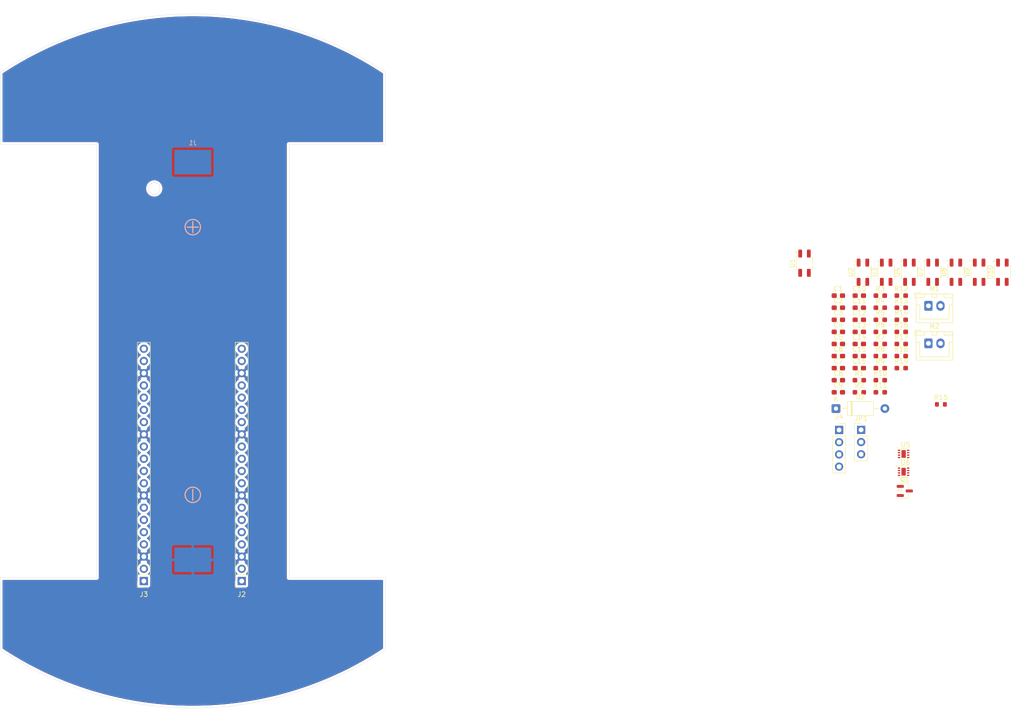
<source format=kicad_pcb>
(kicad_pcb (version 20241229) (generator "pcbnew") (generator_version "9.0")
  (layers (0 "F.Cu" signal) (2 "B.Cu" signal) (13 "F.Paste" user) (15 "B.Paste" user) (5 "F.SilkS" user "F.Silkscreen") (7 "B.SilkS" user "B.Silkscreen") (1 "F.Mask" user) (3 "B.Mask" user) (25 "Edge.Cuts" user))
  (net 0 "")
  (net 1 "GND")
  (net 2 "Net-(U1-A)")
  (net 3 "/SENSOR_0")
  (net 4 "Net-(U2-A)")
  (net 5 "/SENSOR_4")
  (net 6 "Net-(U3-A)")
  (net 7 "/SENSOR_1")
  (net 8 "Net-(U7-A)")
  (net 9 "Net-(U4-A)")
  (net 10 "Net-(U8-A)")
  (net 11 "Net-(U9-A)")
  (net 12 "Net-(U10-A)")
  (net 13 "/SENSOR_5")
  (net 14 "/SENSOR_2")
  (net 15 "/SENSOR_6")
  (net 16 "/SENSOR_3")
  (net 17 "/SENSOR_7")
  (net 18 "Net-(D1-A)")
  (net 21 "/MOT_L_A")
  (net 22 "/ECHO")
  (net 27 "/TRIG")
  (net 30 "/MODE")
  (net 31 "/MOT_L_B")
  (net 32 "+3V3")
  (net 34 "/~{SLEEP}")
  (net 36 "/~{IR_ENABLE}")
  (net 37 "/MOT_R_A")
  (net 41 "/VBAT{slash}2")
  (net 42 "VBUS")
  (net 43 "/MOT_R_B")
  (net 46 "+BATT")
  (net 47 "Net-(M1--)")
  (net 48 "Net-(M1-+)")
  (net 49 "Net-(M2--)")
  (net 50 "Net-(M2-+)")
  (net 52 "Net-(J4-Pin_1)")
  (net 53 "/LED_PWR")
  (footprint "Capacitor_SMD:C_0603_1608Metric_Pad1.08x0.95mm_HandSolder" (layer "F.Cu") (at 228.3825 86.42)
    (property "Reference" "C10" (at 0 -1.43 0) (layer "F.SilkS"))
    (property "Value" "100n")
    (fp_line (start -0.146267 -0.51) (end 0.146267 -0.51) (stroke (width 0.12)) (layer "F.SilkS"))
    (fp_line (start -0.146267 0.51) (end 0.146267 0.51) (stroke (width 0.12)) (layer "F.SilkS"))
    (pad "1" smd roundrect (at -0.8625 0) (size 1.075 0.95) (layers "F.Cu" "F.Mask" "F.Paste") (net 14 "/SENSOR_2"))
    (pad "2" smd roundrect (at 0.8625 0) (size 1.075 0.95) (layers "F.Cu" "F.Mask" "F.Paste") (net 1 "GND"))
  )
  (footprint "OptoDevice:OnSemi_CASE100CY" (layer "F.Cu") (at 248.4325 81.56)
    (property "Reference" "U8" (at -2.5 0 90) (layer "F.SilkS"))
    (property "Value" "QRE1113GR")
    (fp_line (start -1.7 1.4) (end -1.7 -1.67) (stroke (width 0.12)) (layer "F.SilkS"))
    (fp_line (start 1.7 1.4) (end 1.7 -1.4) (stroke (width 0.12)) (layer "F.SilkS"))
    (fp_poly (pts (xy -1.61 -2.23) (xy -1.89 -2.23) (xy -1.61 -2.51) (xy -1.61 -2.23)) (stroke (width 0.12)) (fill yes) (layer "F.SilkS"))
    (pad "1" smd roundrect (at -0.9 -2) (size 0.79 1.66) (layers "F.Cu" "F.Mask" "F.Paste") (net 10 "Net-(U8-A)"))
    (pad "2" smd roundrect (at -0.9 2) (size 0.79 1.66) (layers "F.Cu" "F.Mask" "F.Paste") (net 1 "GND"))
    (pad "3" smd roundrect (at 0.9 2) (size 0.79 1.66) (layers "F.Cu" "F.Mask" "F.Paste") (net 15 "/SENSOR_6"))
    (pad "4" smd roundrect (at 0.9 -2) (size 0.79 1.66) (layers "F.Cu" "F.Mask" "F.Paste") (net 1 "GND"))
  )
  (footprint "Diode_THT:D_A-405_P10.16mm_Horizontal" (layer "F.Cu") (at 223.5325 109.88)
    (property "Reference" "D1" (at 5.08 -2.47 0) (layer "F.SilkS"))
    (property "Value" "1N4007")
    (fp_line (start 1.14 0) (end 2.36 0) (stroke (width 0.12)) (layer "F.SilkS"))
    (fp_line (start 3.14 -1.47) (end 3.14 1.47) (stroke (width 0.12)) (layer "F.SilkS"))
    (fp_line (start 3.26 -1.47) (end 3.26 1.47) (stroke (width 0.12)) (layer "F.SilkS"))
    (fp_line (start 3.38 -1.47) (end 3.38 1.47) (stroke (width 0.12)) (layer "F.SilkS"))
    (fp_line (start 9.02 0) (end 7.8 0) (stroke (width 0.12)) (layer "F.SilkS"))
    (fp_rect (start 2.36 -1.47) (end 7.8 1.47) (stroke (width 0.12)) (fill no) (layer "F.SilkS"))
    (fp_text user "K" (at 0 -1.9 0) (layer "F.SilkS"))
    (pad "1" thru_hole roundrect (at 0 0) (size 1.8 1.8) (drill 0.9) (layers "*.Cu" "*.Mask") (roundrect_rratio 0.138889) (net 46 "+BATT"))
    (pad "2" thru_hole circle (at 10.16 0) (size 1.8 1.8) (drill 0.9) (layers "*.Cu" "*.Mask") (net 18 "Net-(D1-A)"))
  )
  (footprint "Resistor_SMD:R_0603_1608Metric_Pad0.98x0.95mm_HandSolder" (layer "F.Cu") (at 232.7325 96.46)
    (property "Reference" "R7" (at 0 -1.43 0) (layer "F.SilkS"))
    (property "Value" "10k")
    (fp_line (start -0.254724 -0.5225) (end 0.254724 -0.5225) (stroke (width 0.12)) (layer "F.SilkS"))
    (fp_line (start -0.254724 0.5225) (end 0.254724 0.5225) (stroke (width 0.12)) (layer "F.SilkS"))
    (pad "1" smd roundrect (at -0.9125 0) (size 0.975 0.95) (layers "F.Cu" "F.Mask" "F.Paste") (net 7 "/SENSOR_1"))
    (pad "2" smd roundrect (at 0.9125 0) (size 0.975 0.95) (layers "F.Cu" "F.Mask" "F.Paste") (net 32 "+3V3"))
  )
  (footprint "Capacitor_SMD:C_0603_1608Metric_Pad1.08x0.95mm_HandSolder" (layer "F.Cu") (at 224.0325 106.5)
    (property "Reference" "C9" (at 0 -1.43 0) (layer "F.SilkS"))
    (property "Value" "10u")
    (fp_line (start -0.146267 -0.51) (end 0.146267 -0.51) (stroke (width 0.12)) (layer "F.SilkS"))
    (fp_line (start -0.146267 0.51) (end 0.146267 0.51) (stroke (width 0.12)) (layer "F.SilkS"))
    (pad "1" smd roundrect (at -0.8625 0) (size 1.075 0.95) (layers "F.Cu" "F.Mask" "F.Paste") (net 8 "Net-(U7-A)"))
    (pad "2" smd roundrect (at 0.8625 0) (size 1.075 0.95) (layers "F.Cu" "F.Mask" "F.Paste") (net 1 "GND"))
  )
  (footprint "Package_SON:WSON-8-1EP_2x2mm_P0.5mm_EP0.9x1.6mm" (layer "F.Cu") (at 237.5775 123)
    (property "Reference" "U6" (at 0.38 -1.9 0) (layer "F.SilkS"))
    (property "Value" "DRV8220SDG")
    (fp_line (start -1.01 -1.14) (end 0.99 -1.14) (stroke (width 0.12)) (layer "F.SilkS"))
    (fp_line (start -1 1.14) (end 1 1.14) (stroke (width 0.12)) (layer "F.SilkS"))
    (fp_poly (pts (xy -1.37 -1.07) (xy -1.65 -1.07) (xy -1.37 -1.35) (xy -1.37 -1.07)) (stroke (width 0.12)) (fill yes) (layer "F.SilkS"))
    (pad "1" smd roundrect (at -0.95 -0.75) (size 0.5 0.25) (layers "F.Cu" "F.Mask" "F.Paste") (net 46 "+BATT"))
    (pad "2" smd roundrect (at -0.95 -0.25) (size 0.5 0.25) (layers "F.Cu" "F.Mask" "F.Paste") (net 50 "Net-(M2-+)"))
    (pad "3" smd roundrect (at -0.95 0.25) (size 0.5 0.25) (layers "F.Cu" "F.Mask" "F.Paste") (net 49 "Net-(M2--)"))
    (pad "4" smd roundrect (at -0.95 0.75) (size 0.5 0.25) (layers "F.Cu" "F.Mask" "F.Paste") (net 1 "GND"))
    (pad "5" smd roundrect (at 0.95 0.75) (size 0.5 0.25) (layers "F.Cu" "F.Mask" "F.Paste") (net 43 "/MOT_R_B"))
    (pad "6" smd roundrect (at 0.95 0.25) (size 0.5 0.25) (layers "F.Cu" "F.Mask" "F.Paste") (net 37 "/MOT_R_A"))
    (pad "7" smd roundrect (at 0.95 -0.25) (size 0.5 0.25) (layers "F.Cu" "F.Mask" "F.Paste") (net 30 "/MODE"))
    (pad "8" smd roundrect (at 0.95 -0.75) (size 0.5 0.25) (layers "F.Cu" "F.Mask" "F.Paste") (net 34 "/~{SLEEP}"))
    (pad "9" smd rect (at 0 0) (size 0.9 1.6) (layers "F.Cu" "F.Mask") (net 1 "GND"))
  )
  (footprint "OptoDevice:OnSemi_CASE100CY" (layer "F.Cu") (at 233.9575 81.56)
    (property "Reference" "U3" (at -2.5 0 90) (layer "F.SilkS"))
    (property "Value" "QRE1113GR")
    (fp_line (start -1.7 1.4) (end -1.7 -1.67) (stroke (width 0.12)) (layer "F.SilkS"))
    (fp_line (start 1.7 1.4) (end 1.7 -1.4) (stroke (width 0.12)) (layer "F.SilkS"))
    (fp_poly (pts (xy -1.61 -2.23) (xy -1.89 -2.23) (xy -1.61 -2.51) (xy -1.61 -2.23)) (stroke (width 0.12)) (fill yes) (layer "F.SilkS"))
    (pad "1" smd roundrect (at -0.9 -2) (size 0.79 1.66) (layers "F.Cu" "F.Mask" "F.Paste") (net 6 "Net-(U3-A)"))
    (pad "2" smd roundrect (at -0.9 2) (size 0.79 1.66) (layers "F.Cu" "F.Mask" "F.Paste") (net 1 "GND"))
    (pad "3" smd roundrect (at 0.9 2) (size 0.79 1.66) (layers "F.Cu" "F.Mask" "F.Paste") (net 7 "/SENSOR_1"))
    (pad "4" smd roundrect (at 0.9 -2) (size 0.79 1.66) (layers "F.Cu" "F.Mask" "F.Paste") (net 1 "GND"))
  )
  (footprint "OptoDevice:OnSemi_CASE100CY" (layer "F.Cu") (at 238.7825 81.56)
    (property "Reference" "U4" (at -2.5 0 90) (layer "F.SilkS"))
    (property "Value" "QRE1113GR")
    (fp_line (start -1.7 1.4) (end -1.7 -1.67) (stroke (width 0.12)) (layer "F.SilkS"))
    (fp_line (start 1.7 1.4) (end 1.7 -1.4) (stroke (width 0.12)) (layer "F.SilkS"))
    (fp_poly (pts (xy -1.61 -2.23) (xy -1.89 -2.23) (xy -1.61 -2.51) (xy -1.61 -2.23)) (stroke (width 0.12)) (fill yes) (layer "F.SilkS"))
    (pad "1" smd roundrect (at -0.9 -2) (size 0.79 1.66) (layers "F.Cu" "F.Mask" "F.Paste") (net 9 "Net-(U4-A)"))
    (pad "2" smd roundrect (at -0.9 2) (size 0.79 1.66) (layers "F.Cu" "F.Mask" "F.Paste") (net 1 "GND"))
    (pad "3" smd roundrect (at 0.9 2) (size 0.79 1.66) (layers "F.Cu" "F.Mask" "F.Paste") (net 13 "/SENSOR_5"))
    (pad "4" smd roundrect (at 0.9 -2) (size 0.79 1.66) (layers "F.Cu" "F.Mask" "F.Paste") (net 1 "GND"))
  )
  (footprint "OptoDevice:OnSemi_CASE100CY" (layer "F.Cu") (at 243.6075 81.56)
    (property "Reference" "U7" (at -2.5 0 90) (layer "F.SilkS"))
    (property "Value" "QRE1113GR")
    (fp_line (start -1.7 1.4) (end -1.7 -1.67) (stroke (width 0.12)) (layer "F.SilkS"))
    (fp_line (start 1.7 1.4) (end 1.7 -1.4) (stroke (width 0.12)) (layer "F.SilkS"))
    (fp_poly (pts (xy -1.61 -2.23) (xy -1.89 -2.23) (xy -1.61 -2.51) (xy -1.61 -2.23)) (stroke (width 0.12)) (fill yes) (layer "F.SilkS"))
    (pad "1" smd roundrect (at -0.9 -2) (size 0.79 1.66) (layers "F.Cu" "F.Mask" "F.Paste") (net 8 "Net-(U7-A)"))
    (pad "2" smd roundrect (at -0.9 2) (size 0.79 1.66) (layers "F.Cu" "F.Mask" "F.Paste") (net 1 "GND"))
    (pad "3" smd roundrect (at 0.9 2) (size 0.79 1.66) (layers "F.Cu" "F.Mask" "F.Paste") (net 14 "/SENSOR_2"))
    (pad "4" smd roundrect (at 0.9 -2) (size 0.79 1.66) (layers "F.Cu" "F.Mask" "F.Paste") (net 1 "GND"))
  )
  (footprint "OptoDevice:OnSemi_CASE100CY" (layer "F.Cu") (at 217 79.68)
    (property "Reference" "U1" (at -2.5 0 90) (layer "F.SilkS"))
    (property "Value" "QRE1113GR")
    (fp_line (start -1.7 1.4) (end -1.7 -1.67) (stroke (width 0.12)) (layer "F.SilkS"))
    (fp_line (start 1.7 1.4) (end 1.7 -1.4) (stroke (width 0.12)) (layer "F.SilkS"))
    (fp_poly (pts (xy -1.61 -2.23) (xy -1.89 -2.23) (xy -1.61 -2.51) (xy -1.61 -2.23)) (stroke (width 0.12)) (fill yes) (layer "F.SilkS"))
    (pad "1" smd roundrect (at -0.9 -2) (size 0.79 1.66) (layers "F.Cu" "F.Mask" "F.Paste") (net 2 "Net-(U1-A)"))
    (pad "2" smd roundrect (at -0.9 2) (size 0.79 1.66) (layers "F.Cu" "F.Mask" "F.Paste") (net 1 "GND"))
    (pad "3" smd roundrect (at 0.9 2) (size 0.79 1.66) (layers "F.Cu" "F.Mask" "F.Paste") (net 3 "/SENSOR_0"))
    (pad "4" smd roundrect (at 0.9 -2) (size 0.79 1.66) (layers "F.Cu" "F.Mask" "F.Paste") (net 1 "GND"))
  )
  (footprint "Resistor_SMD:R_0603_1608Metric_Pad0.98x0.95mm_HandSolder" (layer "F.Cu") (at 237.0825 91.44)
    (property "Reference" "R14" (at 0 -1.43 0) (layer "F.SilkS"))
    (property "Value" "120")
    (fp_line (start -0.254724 -0.5225) (end 0.254724 -0.5225) (stroke (width 0.12)) (layer "F.SilkS"))
    (fp_line (start -0.254724 0.5225) (end 0.254724 0.5225) (stroke (width 0.12)) (layer "F.SilkS"))
    (pad "1" smd roundrect (at -0.9125 0) (size 0.975 0.95) (layers "F.Cu" "F.Mask" "F.Paste") (net 53 "/LED_PWR"))
    (pad "2" smd roundrect (at 0.9125 0) (size 0.975 0.95) (layers "F.Cu" "F.Mask" "F.Paste") (net 10 "Net-(U8-A)"))
  )
  (footprint "OptoDevice:OnSemi_CASE100CY" (layer "F.Cu") (at 258.0825 81.56)
    (property "Reference" "U10" (at -2.5 0 90) (layer "F.SilkS"))
    (property "Value" "QRE1113GR")
    (fp_line (start -1.7 1.4) (end -1.7 -1.67) (stroke (width 0.12)) (layer "F.SilkS"))
    (fp_line (start 1.7 1.4) (end 1.7 -1.4) (stroke (width 0.12)) (layer "F.SilkS"))
    (fp_poly (pts (xy -1.61 -2.23) (xy -1.89 -2.23) (xy -1.61 -2.51) (xy -1.61 -2.23)) (stroke (width 0.12)) (fill yes) (layer "F.SilkS"))
    (pad "1" smd roundrect (at -0.9 -2) (size 0.79 1.66) (layers "F.Cu" "F.Mask" "F.Paste") (net 12 "Net-(U10-A)"))
    (pad "2" smd roundrect (at -0.9 2) (size 0.79 1.66) (layers "F.Cu" "F.Mask" "F.Paste") (net 1 "GND"))
    (pad "3" smd roundrect (at 0.9 2) (size 0.79 1.66) (layers "F.Cu" "F.Mask" "F.Paste") (net 17 "/SENSOR_7"))
    (pad "4" smd roundrect (at 0.9 -2) (size 0.79 1.66) (layers "F.Cu" "F.Mask" "F.Paste") (net 1 "GND"))
  )
  (footprint "Resistor_SMD:R_0603_1608Metric_Pad0.98x0.95mm_HandSolder" (layer "F.Cu") (at 237.0825 93.95)
    (property "Reference" "R16" (at 0 -1.43 0) (layer "F.SilkS"))
    (property "Value" "10k")
    (fp_line (start -0.254724 -0.5225) (end 0.254724 -0.5225) (stroke (width 0.12)) (layer "F.SilkS"))
    (fp_line (start -0.254724 0.5225) (end 0.254724 0.5225) (stroke (width 0.12)) (layer "F.SilkS"))
    (pad "1" smd roundrect (at -0.9125 0) (size 0.975 0.95) (layers "F.Cu" "F.Mask" "F.Paste") (net 16 "/SENSOR_3"))
    (pad "2" smd roundrect (at 0.9125 0) (size 0.975 0.95) (layers "F.Cu" "F.Mask" "F.Paste") (net 32 "+3V3"))
  )
  (footprint "Resistor_SMD:R_0603_1608Metric_Pad0.98x0.95mm_HandSolder" (layer "F.Cu") (at 232.7325 103.99)
    (property "Reference" "R10" (at 0 -1.43 0) (layer "F.SilkS"))
    (property "Value" "120")
    (fp_line (start -0.254724 -0.5225) (end 0.254724 -0.5225) (stroke (width 0.12)) (layer "F.SilkS"))
    (fp_line (start -0.254724 0.5225) (end 0.254724 0.5225) (stroke (width 0.12)) (layer "F.SilkS"))
    (pad "1" smd roundrect (at -0.9125 0) (size 0.975 0.95) (layers "F.Cu" "F.Mask" "F.Paste") (net 53 "/LED_PWR"))
    (pad "2" smd roundrect (at 0.9125 0) (size 0.975 0.95) (layers "F.Cu" "F.Mask" "F.Paste") (net 9 "Net-(U4-A)"))
  )
  (footprint "Capacitor_SMD:C_0603_1608Metric_Pad1.08x0.95mm_HandSolder" (layer "F.Cu") (at 224.0325 96.46)
    (property "Reference" "C5" (at 0 -1.43 0) (layer "F.SilkS"))
    (property "Value" "10u")
    (fp_line (start -0.146267 -0.51) (end 0.146267 -0.51) (stroke (width 0.12)) (layer "F.SilkS"))
    (fp_line (start -0.146267 0.51) (end 0.146267 0.51) (stroke (width 0.12)) (layer "F.SilkS"))
    (pad "1" smd roundrect (at -0.8625 0) (size 1.075 0.95) (layers "F.Cu" "F.Mask" "F.Paste") (net 6 "Net-(U3-A)"))
    (pad "2" smd roundrect (at 0.8625 0) (size 1.075 0.95) (layers "F.Cu" "F.Mask" "F.Paste") (net 1 "GND"))
  )
  (footprint "Resistor_SMD:R_0603_1608Metric_Pad0.98x0.95mm_HandSolder" (layer "F.Cu") (at 228.3825 103.99)
    (property "Reference" "R1" (at 0 -1.43 0) (layer "F.SilkS"))
    (property "Value" "10k")
    (fp_line (start -0.254724 -0.5225) (end 0.254724 -0.5225) (stroke (width 0.12)) (layer "F.SilkS"))
    (fp_line (start -0.254724 0.5225) (end 0.254724 0.5225) (stroke (width 0.12)) (layer "F.SilkS"))
    (pad "1" smd roundrect (at -0.9125 0) (size 0.975 0.95) (layers "F.Cu" "F.Mask" "F.Paste") (net 18 "Net-(D1-A)"))
    (pad "2" smd roundrect (at 0.9125 0) (size 0.975 0.95) (layers "F.Cu" "F.Mask" "F.Paste") (net 41 "/VBAT{slash}2"))
  )
  (footprint "OptoDevice:OnSemi_CASE100CY" (layer "F.Cu") (at 253.2575 81.56)
    (property "Reference" "U9" (at -2.5 0 90) (layer "F.SilkS"))
    (property "Value" "QRE1113GR")
    (fp_line (start -1.7 1.4) (end -1.7 -1.67) (stroke (width 0.12)) (layer "F.SilkS"))
    (fp_line (start 1.7 1.4) (end 1.7 -1.4) (stroke (width 0.12)) (layer "F.SilkS"))
    (fp_poly (pts (xy -1.61 -2.23) (xy -1.89 -2.23) (xy -1.61 -2.51) (xy -1.61 -2.23)) (stroke (width 0.12)) (fill yes) (layer "F.SilkS"))
    (pad "1" smd roundrect (at -0.9 -2) (size 0.79 1.66) (layers "F.Cu" "F.Mask" "F.Paste") (net 11 "Net-(U9-A)"))
    (pad "2" smd roundrect (at -0.9 2) (size 0.79 1.66) (layers "F.Cu" "F.Mask" "F.Paste") (net 1 "GND"))
    (pad "3" smd roundrect (at 0.9 2) (size 0.79 1.66) (layers "F.Cu" "F.Mask" "F.Paste") (net 16 "/SENSOR_3"))
    (pad "4" smd roundrect (at 0.9 -2) (size 0.79 1.66) (layers "F.Cu" "F.Mask" "F.Paste") (net 1 "GND"))
  )
  (footprint "Connector_PinSocket_2.54mm:PinSocket_1x20_P2.54mm_Vertical" (layer "F.Cu") (at 100.16 145.72 180)
    (property "Reference" "J2" (at 0 -2.77 0) (layer "F.SilkS"))
    (property "Value" "Conn_01x20")
    (fp_line (start 1.33 1.27) (end 1.33 49.59) (stroke (width 0.12)) (layer "F.SilkS"))
    (fp_line (start 1.33 -1.33) (end 1.33 0) (stroke (width 0.12)) (layer "F.SilkS"))
    (fp_line (start 0 -1.33) (end 1.33 -1.33) (stroke (width 0.12)) (layer "F.SilkS"))
    (fp_line (start -1.33 49.59) (end 1.33 49.59) (stroke (width 0.12)) (layer "F.SilkS"))
    (fp_line (start -1.33 1.27) (end 1.33 1.27) (stroke (width 0.12)) (layer "F.SilkS"))
    (fp_line (start -1.33 1.27) (end -1.33 49.59) (stroke (width 0.12)) (layer "F.SilkS"))
    (pad "1" thru_hole rect (at 0 0 180) (size 1.7 1.7) (drill 1) (layers "*.Cu" "*.Mask"))
    (pad "2" thru_hole circle (at 0 2.54 180) (size 1.7 1.7) (drill 1) (layers "*.Cu" "*.Mask"))
    (pad "3" thru_hole circle (at 0 5.08 180) (size 1.7 1.7) (drill 1) (layers "*.Cu" "*.Mask") (net 1 "GND"))
    (pad "4" thru_hole circle (at 0 7.62 180) (size 1.7 1.7) (drill 1) (layers "*.Cu" "*.Mask"))
    (pad "5" thru_hole circle (at 0 10.16 180) (size 1.7 1.7) (drill 1) (layers "*.Cu" "*.Mask"))
    (pad "6" thru_hole circle (at 0 12.7 180) (size 1.7 1.7) (drill 1) (layers "*.Cu" "*.Mask"))
    (pad "7" thru_hole circle (at 0 15.24 180) (size 1.7 1.7) (drill 1) (layers "*.Cu" "*.Mask"))
    (pad "8" thru_hole circle (at 0 17.78 180) (size 1.7 1.7) (drill 1) (layers "*.Cu" "*.Mask") (net 1 "GND"))
    (pad "9" thru_hole circle (at 0 20.32 180) (size 1.7 1.7) (drill 1) (layers "*.Cu" "*.Mask") (net 30 "/MODE"))
    (pad "10" thru_hole circle (at 0 22.86 180) (size 1.7 1.7) (drill 1) (layers "*.Cu" "*.Mask") (net 34 "/~{SLEEP}"))
    (pad "11" thru_hole circle (at 0 25.4 180) (size 1.7 1.7) (drill 1) (layers "*.Cu" "*.Mask") (net 27 "/TRIG"))
    (pad "12" thru_hole circle (at 0 27.94 180) (size 1.7 1.7) (drill 1) (layers "*.Cu" "*.Mask") (net 22 "/ECHO"))
    (pad "13" thru_hole circle (at 0 30.48 180) (size 1.7 1.7) (drill 1) (layers "*.Cu" "*.Mask") (net 1 "GND"))
    (pad "14" thru_hole circle (at 0 33.02 180) (size 1.7 1.7) (drill 1) (layers "*.Cu" "*.Mask") (net 5 "/SENSOR_4"))
    (pad "15" thru_hole circle (at 0 35.56 180) (size 1.7 1.7) (drill 1) (layers "*.Cu" "*.Mask"))
    (pad "16" thru_hole circle (at 0 38.1 180) (size 1.7 1.7) (drill 1) (layers "*.Cu" "*.Mask"))
    (pad "17" thru_hole circle (at 0 40.64 180) (size 1.7 1.7) (drill 1) (layers "*.Cu" "*.Mask"))
    (pad "18" thru_hole circle (at 0 43.18 180) (size 1.7 1.7) (drill 1) (layers "*.Cu" "*.Mask") (net 1 "GND"))
    (pad "19" thru_hole circle (at 0 45.72 180) (size 1.7 1.7) (drill 1) (layers "*.Cu" "*.Mask") (net 21 "/MOT_L_A"))
    (pad "20" thru_hole circle (at 0 48.26 180) (size 1.7 1.7) (drill 1) (layers "*.Cu" "*.Mask") (net 31 "/MOT_L_B"))
  )
  (footprint "Resistor_SMD:R_0603_1608Metric_Pad0.98x0.95mm_HandSolder" (layer "F.Cu") (at 232.7325 86.42)
    (property "Reference" "R3" (at 0 -1.43 0) (layer "F.SilkS"))
    (property "Value" "10k")
    (fp_line (start -0.254724 -0.5225) (end 0.254724 -0.5225) (stroke (width 0.12)) (layer "F.SilkS"))
    (fp_line (start -0.254724 0.5225) (end 0.254724 0.5225) (stroke (width 0.12)) (layer "F.SilkS"))
    (pad "1" smd roundrect (at -0.9125 0) (size 0.975 0.95) (layers "F.Cu" "F.Mask" "F.Paste") (net 3 "/SENSOR_0"))
    (pad "2" smd roundrect (at 0.9125 0) (size 0.975 0.95) (layers "F.Cu" "F.Mask" "F.Paste") (net 32 "+3V3"))
  )
  (footprint "Resistor_SMD:R_0603_1608Metric" (layer "F.Cu") (at 245.3225 109.01)
    (property "Reference" "R15" (at 0 -1.43 0) (layer "F.SilkS"))
    (property "Value" "10k")
    (fp_line (start -0.237258 -0.5225) (end 0.237258 -0.5225) (stroke (width 0.12)) (layer "F.SilkS"))
    (fp_line (start -0.237258 0.5225) (end 0.237258 0.5225) (stroke (width 0.12)) (layer "F.SilkS"))
    (pad "1" smd roundrect (at -0.825 0) (size 0.8 0.95) (layers "F.Cu" "F.Mask" "F.Paste") (net 36 "/~{IR_ENABLE}"))
    (pad "2" smd roundrect (at 0.825 0) (size 0.8 0.95) (layers "F.Cu" "F.Mask" "F.Paste") (net 32 "+3V3"))
  )
  (footprint "Package_TO_SOT_SMD:SOT-23" (layer "F.Cu") (at 237.8225 127)
    (property "Reference" "Q1" (at 0 -2.4 0) (layer "F.SilkS"))
    (property "Value" "AO3401A")
    (fp_line (start -0.76 -1.56) (end 0.76 -1.56) (stroke (width 0.12)) (layer "F.SilkS"))
    (fp_line (start -0.76 -1.51) (end -0.76 -1.56) (stroke (width 0.12)) (layer "F.SilkS"))
    (fp_line (start -0.76 0.39) (end -0.76 -0.39) (stroke (width 0.12)) (layer "F.SilkS"))
    (fp_line (start -0.76 1.56) (end -0.76 1.51) (stroke (width 0.12)) (layer "F.SilkS"))
    (fp_line (start 0.76 -1.56) (end 0.76 -0.56) (stroke (width 0.12)) (layer "F.SilkS"))
    (fp_line (start 0.76 0.56) (end 0.76 1.56) (stroke (width 0.12)) (layer "F.SilkS"))
    (fp_line (start 0.76 1.56) (end -0.76 1.56) (stroke (width 0.12)) (layer "F.SilkS"))
    (fp_poly (pts (xy -1.3 -0.38) (xy -1.06 -0.05) (xy -1.54 -0.05)) (stroke (width 0.12)) (fill yes) (layer "F.SilkS"))
    (pad "1" smd roundrect (at -0.9375 -0.95) (size 1.475 0.6) (layers "F.Cu" "F.Mask" "F.Paste") (net 36 "/~{IR_ENABLE}"))
    (pad "2" smd roundrect (at -0.9375 0.95) (size 1.475 0.6) (layers "F.Cu" "F.Mask" "F.Paste") (net 32 "+3V3"))
    (pad "3" smd roundrect (at 0.9375 0) (size 1.475 0.6) (layers "F.Cu" "F.Mask" "F.Paste") (net 53 "/LED_PWR"))
  )
  (footprint "Resistor_SMD:R_0603_1608Metric_Pad0.98x0.95mm_HandSolder" (layer "F.Cu") (at 228.3825 106.5)
    (property "Reference" "R2" (at 0 -1.43 0) (layer "F.SilkS"))
    (property "Value" "10k")
    (fp_line (start -0.254724 -0.5225) (end 0.254724 -0.5225) (stroke (width 0.12)) (layer "F.SilkS"))
    (fp_line (start -0.254724 0.5225) (end 0.254724 0.5225) (stroke (width 0.12)) (layer "F.SilkS"))
    (pad "1" smd roundrect (at -0.9125 0) (size 0.975 0.95) (layers "F.Cu" "F.Mask" "F.Paste") (net 41 "/VBAT{slash}2"))
    (pad "2" smd roundrect (at 0.9125 0) (size 0.975 0.95) (layers "F.Cu" "F.Mask" "F.Paste") (net 1 "GND"))
  )
  (footprint "Capacitor_SMD:C_0603_1608Metric_Pad1.08x0.95mm_HandSolder" (layer "F.Cu") (at 228.3825 98.97)
    (property "Reference" "C15" (at 0 -1.43 0) (layer "F.SilkS"))
    (property "Value" "10u")
    (fp_line (start -0.146267 -0.51) (end 0.146267 -0.51) (stroke (width 0.12)) (layer "F.SilkS"))
    (fp_line (start -0.146267 0.51) (end 0.146267 0.51) (stroke (width 0.12)) (layer "F.SilkS"))
    (pad "1" smd roundrect (at -0.8625 0) (size 1.075 0.95) (layers "F.Cu" "F.Mask" "F.Paste") (net 12 "Net-(U10-A)"))
    (pad "2" smd roundrect (at 0.8625 0) (size 1.075 0.95) (layers "F.Cu" "F.Mask" "F.Paste") (net 1 "GND"))
  )
  (footprint "Resistor_SMD:R_0603_1608Metric_Pad0.98x0.95mm_HandSolder" (layer "F.Cu") (at 232.7325 91.44)
    (property "Reference" "R5" (at 0 -1.43 0) (layer "F.SilkS"))
    (property "Value" "120")
    (fp_line (start -0.254724 -0.5225) (end 0.254724 -0.5225) (stroke (width 0.12)) (layer "F.SilkS"))
    (fp_line (start -0.254724 0.5225) (end 0.254724 0.5225) (stroke (width 0.12)) (layer "F.SilkS"))
    (pad "1" smd roundrect (at -0.9125 0) (size 0.975 0.95) (layers "F.Cu" "F.Mask" "F.Paste") (net 53 "/LED_PWR"))
    (pad "2" smd roundrect (at 0.9125 0) (size 0.975 0.95) (layers "F.Cu" "F.Mask" "F.Paste") (net 2 "Net-(U1-A)"))
  )
  (footprint "Resistor_SMD:R_0603_1608Metric_Pad0.98x0.95mm_HandSolder" (layer "F.Cu") (at 232.7325 98.97)
    (property "Reference" "R8" (at 0 -1.43 0) (layer "F.SilkS"))
    (property "Value" "10k")
    (fp_line (start -0.254724 -0.5225) (end 0.254724 -0.5225) (stroke (width 0.12)) (layer "F.SilkS"))
    (fp_line (start -0.254724 0.5225) (end 0.254724 0.5225) (stroke (width 0.12)) (layer "F.SilkS"))
    (pad "1" smd roundrect (at -0.9125 0) (size 0.975 0.95) (layers "F.Cu" "F.Mask" "F.Paste") (net 13 "/SENSOR_5"))
    (pad "2" smd roundrect (at 0.9125 0) (size 0.975 0.95) (layers "F.Cu" "F.Mask" "F.Paste") (net 32 "+3V3"))
  )
  (footprint "Connector_PinSocket_2.54mm:PinSocket_1x04_P2.54mm_Vertical" (layer "F.Cu") (at 224.1825 114.33)
    (property "Reference" "J4" (at 0 -2.77 0) (layer "F.SilkS"))
    (property "Value" "Ultrasonic eyes")
    (fp_line (start -1.33 1.27) (end -1.33 8.95) (stroke (width 0.12)) (layer "F.SilkS"))
    (fp_line (start -1.33 1.27) (end 1.33 1.27) (stroke (width 0.12)) (layer "F.SilkS"))
    (fp_line (start -1.33 8.95) (end 1.33 8.95) (stroke (width 0.12)) (layer "F.SilkS"))
    (fp_line (start 0 -1.33) (end 1.33 -1.33) (stroke (width 0.12)) (layer "F.SilkS"))
    (fp_line (start 1.33 -1.33) (end 1.33 0) (stroke (width 0.12)) (layer "F.SilkS"))
    (fp_line (start 1.33 1.27) (end 1.33 8.95) (stroke (width 0.12)) (layer "F.SilkS"))
    (pad "1" thru_hole rect (at 0 0) (size 1.7 1.7) (drill 1) (layers "*.Cu" "*.Mask") (net 52 "Net-(J4-Pin_1)"))
    (pad "2" thru_hole circle (at 0 2.54) (size 1.7 1.7) (drill 1) (layers "*.Cu" "*.Mask") (net 27 "/TRIG"))
    (pad "3" thru_hole circle (at 0 5.08) (size 1.7 1.7) (drill 1) (layers "*.Cu" "*.Mask") (net 22 "/ECHO"))
    (pad "4" thru_hole circle (at 0 7.62) (size 1.7 1.7) (drill 1) (layers "*.Cu" "*.Mask") (net 1 "GND"))
  )
  (footprint "Resistor_SMD:R_0603_1608Metric_Pad0.98x0.95mm_HandSolder" (layer "F.Cu") (at 237.0825 86.42)
    (property "Reference" "R12" (at 0 -1.43 0) (layer "F.SilkS"))
    (property "Value" "10k")
    (fp_line (start -0.254724 -0.5225) (end 0.254724 -0.5225) (stroke (width 0.12)) (layer "F.SilkS"))
    (fp_line (start -0.254724 0.5225) (end 0.254724 0.5225) (stroke (width 0.12)) (layer "F.SilkS"))
    (pad "1" smd roundrect (at -0.9125 0) (size 0.975 0.95) (layers "F.Cu" "F.Mask" "F.Paste") (net 15 "/SENSOR_6"))
    (pad "2" smd roundrect (at 0.9125 0) (size 0.975 0.95) (layers "F.Cu" "F.Mask" "F.Paste") (net 32 "+3V3"))
  )
  (footprint "Capacitor_SMD:C_0603_1608Metric_Pad1.08x0.95mm_HandSolder" (layer "F.Cu") (at 228.3825 88.93)
    (property "Reference" "C11" (at 0 -1.43 0) (layer "F.SilkS"))
    (property "Value" "10u")
    (fp_line (start -0.146267 -0.51) (end 0.146267 -0.51) (stroke (width 0.12)) (layer "F.SilkS"))
    (fp_line (start -0.146267 0.51) (end 0.146267 0.51) (stroke (width 0.12)) (layer "F.SilkS"))
    (pad "1" smd roundrect (at -0.8625 0) (size 1.075 0.95) (layers "F.Cu" "F.Mask" "F.Paste") (net 10 "Net-(U8-A)"))
    (pad "2" smd roundrect (at 0.8625 0) (size 1.075 0.95) (layers "F.Cu" "F.Mask" "F.Paste") (net 1 "GND"))
  )
  (footprint "Capacitor_SMD:C_0603_1608Metric_Pad1.08x0.95mm_HandSolder" (layer "F.Cu") (at 228.3825 93.95)
    (property "Reference" "C13" (at 0 -1.43 0) (layer "F.SilkS"))
    (property "Value" "10u")
    (fp_line (start -0.146267 -0.51) (end 0.146267 -0.51) (stroke (width 0.12)) (layer "F.SilkS"))
    (fp_line (start -0.146267 0.51) (end 0.146267 0.51) (stroke (width 0.12)) (layer "F.SilkS"))
    (pad "1" smd roundrect (at -0.8625 0) (size 1.075 0.95) (layers "F.Cu" "F.Mask" "F.Paste") (net 11 "Net-(U9-A)"))
    (pad "2" smd roundrect (at 0.8625 0) (size 1.075 0.95) (layers "F.Cu" "F.Mask" "F.Paste") (net 1 "GND"))
  )
  (footprint "Package_SON:WSON-8-1EP_2x2mm_P0.5mm_EP0.9x1.6mm" (layer "F.Cu") (at 237.5775 119.315)
    (property "Reference" "U5" (at 0.38 -1.9 0) (layer "F.SilkS"))
    (property "Value" "DRV8220SDG")
    (fp_line (start -1.01 -1.14) (end 0.99 -1.14) (stroke (width 0.12)) (layer "F.SilkS"))
    (fp_line (start -1 1.14) (end 1 1.14) (stroke (width 0.12)) (layer "F.SilkS"))
    (fp_poly (pts (xy -1.37 -1.07) (xy -1.65 -1.07) (xy -1.37 -1.35) (xy -1.37 -1.07)) (stroke (width 0.12)) (fill yes) (layer "F.SilkS"))
    (pad "1" smd roundrect (at -0.95 -0.75) (size 0.5 0.25) (layers "F.Cu" "F.Mask" "F.Paste") (net 46 "+BATT"))
    (pad "2" smd roundrect (at -0.95 -0.25) (size 0.5 0.25) (layers "F.Cu" "F.Mask" "F.Paste") (net 48 "Net-(M1-+)"))
    (pad "3" smd roundrect (at -0.95 0.25) (size 0.5 0.25) (layers "F.Cu" "F.Mask" "F.Paste") (net 47 "Net-(M1--)"))
    (pad "4" smd roundrect (at -0.95 0.75) (size 0.5 0.25) (layers "F.Cu" "F.Mask" "F.Paste") (net 1 "GND"))
    (pad "5" smd roundrect (at 0.95 0.75) (size 0.5 0.25) (layers "F.Cu" "F.Mask" "F.Paste") (net 31 "/MOT_L_B"))
    (pad "6" smd roundrect (at 0.95 0.25) (size 0.5 0.25) (layers "F.Cu" "F.Mask" "F.Paste") (net 21 "/MOT_L_A"))
    (pad "7" smd roundrect (at 0.95 -0.25) (size 0.5 0.25) (layers "F.Cu" "F.Mask" "F.Paste") (net 30 "/MODE"))
    (pad "8" smd roundrect (at 0.95 -0.75) (size 0.5 0.25) (layers "F.Cu" "F.Mask" "F.Paste") (net 34 "/~{SLEEP}"))
    (pad "9" smd rect (at 0 0) (size 0.9 1.6) (layers "F.Cu" "F.Mask") (net 1 "GND"))
  )
  (footprint "Capacitor_SMD:C_0603_1608Metric_Pad1.08x0.95mm_HandSolder" (layer "F.Cu") (at 224.0325 86.42)
    (property "Reference" "C1" (at 0 -1.43 0) (layer "F.SilkS"))
    (property "Value" "10u")
    (fp_line (start -0.146267 -0.51) (end 0.146267 -0.51) (stroke (width 0.12)) (layer "F.SilkS"))
    (fp_line (start -0.146267 0.51) (end 0.146267 0.51) (stroke (width 0.12)) (layer "F.SilkS"))
    (pad "1" smd roundrect (at -0.8625 0) (size 1.075 0.95) (layers "F.Cu" "F.Mask" "F.Paste") (net 2 "Net-(U1-A)"))
    (pad "2" smd roundrect (at 0.8625 0) (size 1.075 0.95) (layers "F.Cu" "F.Mask" "F.Paste") (net 1 "GND"))
  )
  (footprint "Capacitor_SMD:C_0603_1608Metric_Pad1.08x0.95mm_HandSolder" (layer "F.Cu") (at 228.3825 96.46)
    (property "Reference" "C14" (at 0 -1.43 0) (layer "F.SilkS"))
    (property "Value" "100n")
    (fp_line (start -0.146267 -0.51) (end 0.146267 -0.51) (stroke (width 0.12)) (layer "F.SilkS"))
    (fp_line (start -0.146267 0.51) (end 0.146267 0.51) (stroke (width 0.12)) (layer "F.SilkS"))
    (pad "1" smd roundrect (at -0.8625 0) (size 1.075 0.95) (layers "F.Cu" "F.Mask" "F.Paste") (net 16 "/SENSOR_3"))
    (pad "2" smd roundrect (at 0.8625 0) (size 1.075 0.95) (layers "F.Cu" "F.Mask" "F.Paste") (net 1 "GND"))
  )
  (footprint "Resistor_SMD:R_0603_1608Metric_Pad0.98x0.95mm_HandSolder" (layer "F.Cu") (at 232.7325 88.93)
    (property "Reference" "R4" (at 0 -1.43 0) (layer "F.SilkS"))
    (property "Value" "10k")
    (fp_line (start -0.254724 -0.5225) (end 0.254724 -0.5225) (stroke (width 0.12)) (layer "F.SilkS"))
    (fp_line (start -0.254724 0.5225) (end 0.254724 0.5225) (stroke (width 0.12)) (layer "F.SilkS"))
    (pad "1" smd roundrect (at -0.9125 0) (size 0.975 0.95) (layers "F.Cu" "F.Mask" "F.Paste") (net 5 "/SENSOR_4"))
    (pad "2" smd roundrect (at 0.9125 0) (size 0.975 0.95) (layers "F.Cu" "F.Mask" "F.Paste") (net 32 "+3V3"))
  )
  (footprint "Capacitor_SMD:C_0603_1608Metric_Pad1.08x0.95mm_HandSolder" (layer "F.Cu") (at 224.0325 91.44)
    (property "Reference" "C3" (at 0 -1.43 0) (layer "F.SilkS"))
    (property "Value" "10u")
    (fp_line (start -0.146267 -0.51) (end 0.146267 -0.51) (stroke (width 0.12)) (layer "F.SilkS"))
    (fp_line (start -0.146267 0.51) (end 0.146267 0.51) (stroke (width 0.12)) (layer "F.SilkS"))
    (pad "1" smd roundrect (at -0.8625 0) (size 1.075 0.95) (layers "F.Cu" "F.Mask" "F.Paste") (net 4 "Net-(U2-A)"))
    (pad "2" smd roundrect (at 0.8625 0) (size 1.075 0.95) (layers "F.Cu" "F.Mask" "F.Paste") (net 1 "GND"))
  )
  (footprint "Resistor_SMD:R_0603_1608Metric_Pad0.98x0.95mm_HandSolder" (layer "F.Cu") (at 232.7325 106.5)
    (property "Reference" "R11" (at 0 -1.43 0) (layer "F.SilkS"))
    (property "Value" "10k")
    (fp_line (start -0.254724 -0.5225) (end 0.254724 -0.5225) (stroke (width 0.12)) (layer "F.SilkS"))
    (fp_line (start -0.254724 0.5225) (end 0.254724 0.5225) (stroke (width 0.12)) (layer "F.SilkS"))
    (pad "1" smd roundrect (at -0.9125 0) (size 0.975 0.95) (layers "F.Cu" "F.Mask" "F.Paste") (net 14 "/SENSOR_2"))
    (pad "2" smd roundrect (at 0.9125 0) (size 0.975 0.95) (layers "F.Cu" "F.Mask" "F.Paste") (net 32 "+3V3"))
  )
  (footprint "Capacitor_SMD:C_0603_1608Metric_Pad1.08x0.95mm_HandSolder" (layer "F.Cu") (at 224.0325 101.48)
    (property "Reference" "C7" (at 0 -1.43 0) (layer "F.SilkS"))
    (property "Value" "10u")
    (fp_line (start -0.146267 -0.51) (end 0.146267 -0.51) (stroke (width 0.12)) (layer "F.SilkS"))
    (fp_line (start -0.146267 0.51) (end 0.146267 0.51) (stroke (width 0.12)) (layer "F.SilkS"))
    (pad "1" smd roundrect (at -0.8625 0) (size 1.075 0.95) (layers "F.Cu" "F.Mask" "F.Paste") (net 9 "Net-(U4-A)"))
    (pad "2" smd roundrect (at 0.8625 0) (size 1.075 0.95) (layers "F.Cu" "F.Mask" "F.Paste") (net 1 "GND"))
  )
  (footprint "Resistor_SMD:R_0603_1608Metric_Pad0.98x0.95mm_HandSolder" (layer "F.Cu") (at 237.0825 88.93)
    (property "Reference" "R13" (at 0 -1.43 0) (layer "F.SilkS"))
    (property "Value" "120")
    (fp_line (start -0.254724 -0.5225) (end 0.254724 -0.5225) (stroke (width 0.12)) (layer "F.SilkS"))
    (fp_line (start -0.254724 0.5225) (end 0.254724 0.5225) (stroke (width 0.12)) (layer "F.SilkS"))
    (pad "1" smd roundrect (at -0.9125 0) (size 0.975 0.95) (layers "F.Cu" "F.Mask" "F.Paste") (net 53 "/LED_PWR"))
    (pad "2" smd roundrect (at 0.9125 0) (size 0.975 0.95) (layers "F.Cu" "F.Mask" "F.Paste") (net 8 "Net-(U7-A)"))
  )
  (footprint "Resistor_SMD:R_0603_1608Metric_Pad0.98x0.95mm_HandSolder" (layer "F.Cu") (at 232.7325 93.95)
    (property "Reference" "R6" (at 0 -1.43 0) (layer "F.SilkS"))
    (property "Value" "120")
    (fp_line (start -0.254724 -0.5225) (end 0.254724 -0.5225) (stroke (width 0.12)) (layer "F.SilkS"))
    (fp_line (start -0.254724 0.5225) (end 0.254724 0.5225) (stroke (width 0.12)) (layer "F.SilkS"))
    (pad "1" smd roundrect (at -0.9125 0) (size 0.975 0.95) (layers "F.Cu" "F.Mask" "F.Paste") (net 53 "/LED_PWR"))
    (pad "2" smd roundrect (at 0.9125 0) (size 0.975 0.95) (layers "F.Cu" "F.Mask" "F.Paste") (net 4 "Net-(U2-A)"))
  )
  (footprint "Resistor_SMD:R_0603_1608Metric_Pad0.98x0.95mm_HandSolder" (layer "F.Cu") (at 237.0825 98.97)
    (property "Reference" "R18" (at 0 -1.43 0) (layer "F.SilkS"))
    (property "Value" "120")
    (fp_line (start -0.254724 -0.5225) (end 0.254724 -0.5225) (stroke (width 0.12)) (layer "F.SilkS"))
    (fp_line (start -0.254724 0.5225) (end 0.254724 0.5225) (stroke (width 0.12)) (layer "F.SilkS"))
    (pad "1" smd roundrect (at -0.9125 0) (size 0.975 0.95) (layers "F.Cu" "F.Mask" "F.Paste") (net 53 "/LED_PWR"))
    (pad "2" smd roundrect (at 0.9125 0) (size 0.975 0.95) (layers "F.Cu" "F.Mask" "F.Paste") (net 11 "Net-(U9-A)"))
  )
  (footprint "Capacitor_SMD:C_0603_1608Metric_Pad1.08x0.95mm_HandSolder" (layer "F.Cu") (at 224.0325 98.97)
    (property "Reference" "C6" (at 0 -1.43 0) (layer "F.SilkS"))
    (property "Value" "100n")
    (fp_line (start -0.146267 -0.51) (end 0.146267 -0.51) (stroke (width 0.12)) (layer "F.SilkS"))
    (fp_line (start -0.146267 0.51) (end 0.146267 0.51) (stroke (width 0.12)) (layer "F.SilkS"))
    (pad "1" smd roundrect (at -0.8625 0) (size 1.075 0.95) (layers "F.Cu" "F.Mask" "F.Paste") (net 7 "/SENSOR_1"))
    (pad "2" smd roundrect (at 0.8625 0) (size 1.075 0.95) (layers "F.Cu" "F.Mask" "F.Paste") (net 1 "GND"))
  )
  (footprint "Resistor_SMD:R_0603_1608Metric_Pad0.98x0.95mm_HandSolder" (layer "F.Cu") (at 237.0825 101.48)
    (property "Reference" "R19" (at 0 -1.43 0) (layer "F.SilkS"))
    (property "Value" "120")
    (fp_line (start -0.254724 -0.5225) (end 0.254724 -0.5225) (stroke (width 0.12)) (layer "F.SilkS"))
    (fp_line (start -0.254724 0.5225) (end 0.254724 0.5225) (stroke (width 0.12)) (layer "F.SilkS"))
    (pad "1" smd roundrect (at -0.9125 0) (size 0.975 0.95) (layers "F.Cu" "F.Mask" "F.Paste") (net 53 "/LED_PWR"))
    (pad "2" smd roundrect (at 0.9125 0) (size 0.975 0.95) (layers "F.Cu" "F.Mask" "F.Paste") (net 12 "Net-(U10-A)"))
  )
  (footprint "Capacitor_SMD:C_0603_1608Metric_Pad1.08x0.95mm_HandSolder" (layer "F.Cu") (at 228.3825 101.48)
    (property "Reference" "C16" (at 0 -1.43 0) (layer "F.SilkS"))
    (property "Value" "100n")
    (fp_line (start -0.146267 -0.51) (end 0.146267 -0.51) (stroke (width 0.12)) (layer "F.SilkS"))
    (fp_line (start -0.146267 0.51) (end 0.146267 0.51) (stroke (width 0.12)) (layer "F.SilkS"))
    (pad "1" smd roundrect (at -0.8625 0) (size 1.075 0.95) (layers "F.Cu" "F.Mask" "F.Paste") (net 17 "/SENSOR_7"))
    (pad "2" smd roundrect (at 0.8625 0) (size 1.075 0.95) (layers "F.Cu" "F.Mask" "F.Paste") (net 1 "GND"))
  )
  (footprint "Connector_JST:JST_XH_B2B-XH-A_1x02_P2.50mm_Vertical" (layer "F.Cu") (at 242.7325 88.54)
    (property "Reference" "M1" (at 1.25 -3.55 0) (layer "F.SilkS"))
    (property "Value" "Motor_L")
    (fp_line (start -2.85 -2.75) (end -2.85 -1.5) (stroke (width 0.12)) (layer "F.SilkS"))
    (fp_line (start -2.55 -0.2) (end -1.8 -0.2) (stroke (width 0.12)) (layer "F.SilkS"))
    (fp_line (start -1.8 -0.2) (end -1.8 2.75) (stroke (width 0.12)) (layer "F.SilkS"))
    (fp_line (start -1.8 2.75) (end 1.25 2.75) (stroke (width 0.12)) (layer "F.SilkS"))
    (fp_line (start -1.6 -2.75) (end -2.85 -2.75) (stroke (width 0.12)) (layer "F.SilkS"))
    (fp_line (start 4.3 -0.2) (end 4.3 2.75) (stroke (width 0.12)) (layer "F.SilkS"))
    (fp_line (start 4.3 2.75) (end 1.25 2.75) (stroke (width 0.12)) (layer "F.SilkS"))
    (fp_line (start 5.05 -0.2) (end 4.3 -0.2) (stroke (width 0.12)) (layer "F.SilkS"))
    (fp_rect (start -2.56 -2.46) (end 5.06 3.51) (stroke (width 0.12)) (fill no) (layer "F.SilkS"))
    (fp_rect (start -2.55 -2.45) (end -0.75 -1.7) (stroke (width 0.12)) (fill no) (layer "F.SilkS"))
    (fp_rect (start 0.75 -2.45) (end 1.75 -1.7) (stroke (width 0.12)) (fill no) (layer "F.SilkS"))
    (fp_rect (start 3.25 -2.45) (end 5.05 -1.7) (stroke (width 0.12)) (fill no) (layer "F.SilkS"))
    (pad "1" thru_hole roundrect (at 0 0) (size 1.7 2) (drill 1) (layers "*.Cu" "*.Mask") (roundrect_rratio 0.147059) (net 48 "Net-(M1-+)"))
    (pad "2" thru_hole oval (at 2.5 0) (size 1.7 2) (drill 1) (layers "*.Cu" "*.Mask") (net 47 "Net-(M1--)"))
  )
  (footprint "Resistor_SMD:R_0603_1608Metric_Pad0.98x0.95mm_HandSolder" (layer "F.Cu") (at 232.7325 101.48)
    (property "Reference" "R9" (at 0 -1.43 0) (layer "F.SilkS"))
    (property "Value" "120")
    (fp_line (start -0.254724 -0.5225) (end 0.254724 -0.5225) (stroke (width 0.12)) (layer "F.SilkS"))
    (fp_line (start -0.254724 0.5225) (end 0.254724 0.5225) (stroke (width 0.12)) (layer "F.SilkS"))
    (pad "1" smd roundrect (at -0.9125 0) (size 0.975 0.95) (layers "F.Cu" "F.Mask" "F.Paste") (net 53 "/LED_PWR"))
    (pad "2" smd roundrect (at 0.9125 0) (size 0.975 0.95) (layers "F.Cu" "F.Mask" "F.Paste") (net 6 "Net-(U3-A)"))
  )
  (footprint "Connector_PinHeader_2.54mm:PinHeader_1x03_P2.54mm_Vertical" (layer "F.Cu") (at 228.7525 114.3)
    (property "Reference" "JP1" (at 0 -2.38 0) (layer "F.SilkS"))
    (property "Value" "Jumper_3_Bridged12")
    (fp_line (start -1.38 -1.38) (end 0 -1.38) (stroke (width 0.12)) (layer "F.SilkS"))
    (fp_line (start -1.38 0) (end -1.38 -1.38) (stroke (width 0.12)) (layer "F.SilkS"))
    (fp_line (start -1.38 1.27) (end -1.38 6.46) (stroke (width 0.12)) (layer "F.SilkS"))
    (fp_line (start -1.38 1.27) (end 1.38 1.27) (stroke (width 0.12)) (layer "F.SilkS"))
    (fp_line (start -1.38 6.46) (end 1.38 6.46) (stroke (width 0.12)) (layer "F.SilkS"))
    (fp_line (start 1.38 1.27) (end 1.38 6.46) (stroke (width 0.12)) (layer "F.SilkS"))
    (pad "1" thru_hole rect (at 0 0) (size 1.7 1.7) (drill 1) (layers "*.Cu" "*.Mask") (net 32 "+3V3"))
    (pad "2" thru_hole circle (at 0 2.54) (size 1.7 1.7) (drill 1) (layers "*.Cu" "*.Mask") (net 52 "Net-(J4-Pin_1)"))
    (pad "3" thru_hole circle (at 0 5.08) (size 1.7 1.7) (drill 1) (layers "*.Cu" "*.Mask") (net 46 "+BATT"))
  )
  (footprint "OptoDevice:OnSemi_CASE100CY" (layer "F.Cu") (at 229.1325 81.56)
    (property "Reference" "U2" (at -2.5 0 90) (layer "F.SilkS"))
    (property "Value" "QRE1113GR")
    (fp_line (start -1.7 1.4) (end -1.7 -1.67) (stroke (width 0.12)) (layer "F.SilkS"))
    (fp_line (start 1.7 1.4) (end 1.7 -1.4) (stroke (width 0.12)) (layer "F.SilkS"))
    (fp_poly (pts (xy -1.61 -2.23) (xy -1.89 -2.23) (xy -1.61 -2.51) (xy -1.61 -2.23)) (stroke (width 0.12)) (fill yes) (layer "F.SilkS"))
    (pad "1" smd roundrect (at -0.9 -2) (size 0.79 1.66) (layers "F.Cu" "F.Mask" "F.Paste") (net 4 "Net-(U2-A)"))
    (pad "2" smd roundrect (at -0.9 2) (size 0.79 1.66) (layers "F.Cu" "F.Mask" "F.Paste") (net 1 "GND"))
    (pad "3" smd roundrect (at 0.9 2) (size 0.79 1.66) (layers "F.Cu" "F.Mask" "F.Paste") (net 5 "/SENSOR_4"))
    (pad "4" smd roundrect (at 0.9 -2) (size 0.79 1.66) (layers "F.Cu" "F.Mask" "F.Paste") (net 1 "GND"))
  )
  (footprint "Capacitor_SMD:C_0603_1608Metric_Pad1.08x0.95mm_HandSolder" (layer "F.Cu") (at 224.0325 103.99)
    (property "Reference" "C8" (at 0 -1.43 0) (layer "F.SilkS"))
    (property "Value" "100n")
    (fp_line (start -0.146267 -0.51) (end 0.146267 -0.51) (stroke (width 0.12)) (layer "F.SilkS"))
    (fp_line (start -0.146267 0.51) (end 0.146267 0.51) (stroke (width 0.12)) (layer "F.SilkS"))
    (pad "1" smd roundrect (at -0.8625 0) (size 1.075 0.95) (layers "F.Cu" "F.Mask" "F.Paste") (net 13 "/SENSOR_5"))
    (pad "2" smd roundrect (at 0.8625 0) (size 1.075 0.95) (layers "F.Cu" "F.Mask" "F.Paste") (net 1 "GND"))
  )
  (footprint "Resistor_SMD:R_0603_1608Metric_Pad0.98x0.95mm_HandSolder" (layer "F.Cu") (at 237.0825 96.46)
    (property "Reference" "R17" (at 0 -1.43 0) (layer "F.SilkS"))
    (property "Value" "10k")
    (fp_line (start -0.254724 -0.5225) (end 0.254724 -0.5225) (stroke (width 0.12)) (layer "F.SilkS"))
    (fp_line (start -0.254724 0.5225) (end 0.254724 0.5225) (stroke (width 0.12)) (layer "F.SilkS"))
    (pad "1" smd roundrect (at -0.9125 0) (size 0.975 0.95) (layers "F.Cu" "F.Mask" "F.Paste") (net 17 "/SENSOR_7"))
    (pad "2" smd roundrect (at 0.9125 0) (size 0.975 0.95) (layers "F.Cu" "F.Mask" "F.Paste") (net 32 "+3V3"))
  )
  (footprint "Capacitor_SMD:C_0603_1608Metric_Pad1.08x0.95mm_HandSolder" (layer "F.Cu") (at 224.0325 93.95)
    (property "Reference" "C4" (at 0 -1.43 0) (layer "F.SilkS"))
    (property "Value" "100n")
    (fp_line (start -0.146267 -0.51) (end 0.146267 -0.51) (stroke (width 0.12)) (layer "F.SilkS"))
    (fp_line (start -0.146267 0.51) (end 0.146267 0.51) (stroke (width 0.12)) (layer "F.SilkS"))
    (pad "1" smd roundrect (at -0.8625 0) (size 1.075 0.95) (layers "F.Cu" "F.Mask" "F.Paste") (net 5 "/SENSOR_4"))
    (pad "2" smd roundrect (at 0.8625 0) (size 1.075 0.95) (layers "F.Cu" "F.Mask" "F.Paste") (net 1 "GND"))
  )
  (footprint "Connector_PinSocket_2.54mm:PinSocket_1x20_P2.54mm_Vertical" (layer "F.Cu") (at 79.84 145.72 180)
    (property "Reference" "J3" (at 0 -2.77 0) (layer "F.SilkS"))
    (property "Value" "Conn_01x20")
    (fp_line (start 1.33 1.27) (end 1.33 49.59) (stroke (width 0.12)) (layer "F.SilkS"))
    (fp_line (start 1.33 -1.33) (end 1.33 0) (stroke (width 0.12)) (layer "F.SilkS"))
    (fp_line (start 0 -1.33) (end 1.33 -1.33) (stroke (width 0.12)) (layer "F.SilkS"))
    (fp_line (start -1.33 49.59) (end 1.33 49.59) (stroke (width 0.12)) (layer "F.SilkS"))
    (fp_line (start -1.33 1.27) (end 1.33 1.27) (stroke (width 0.12)) (layer "F.SilkS"))
    (fp_line (start -1.33 1.27) (end -1.33 49.59) (stroke (width 0.12)) (layer "F.SilkS"))
    (pad "1" thru_hole rect (at 0 0 180) (size 1.7 1.7) (drill 1) (layers "*.Cu" "*.Mask") (net 42 "VBUS"))
    (pad "2" thru_hole circle (at 0 2.54 180) (size 1.7 1.7) (drill 1) (layers "*.Cu" "*.Mask") (net 46 "+BATT"))
    (pad "3" thru_hole circle (at 0 5.08 180) (size 1.7 1.7) (drill 1) (layers "*.Cu" "*.Mask") (net 1 "GND"))
    (pad "4" thru_hole circle (at 0 7.62 180) (size 1.7 1.7) (drill 1) (layers "*.Cu" "*.Mask"))
    (pad "5" thru_hole circle (at 0 10.16 180) (size 1.7 1.7) (drill 1) (layers "*.Cu" "*.Mask") (net 32 "+3V3"))
    (pad "6" thru_hole circle (at 0 12.7 180) (size 1.7 1.7) (drill 1) (layers "*.Cu" "*.Mask"))
    (pad "7" thru_hole circle (at 0 15.24 180) (size 1.7 1.7) (drill 1) (layers "*.Cu" "*.Mask"))
    (pad "8" thru_hole circle (at 0 17.78 180) (size 1.7 1.7) (drill 1) (layers "*.Cu" "*.Mask") (net 1 "GND"))
    (pad "9" thru_hole circle (at 0 20.32 180) (size 1.7 1.7) (drill 1) (layers "*.Cu" "*.Mask"))
    (pad "10" thru_hole circle (at 0 22.86 180) (size 1.7 1.7) (drill 1) (layers "*.Cu" "*.Mask") (net 41 "/VBAT{slash}2"))
    (pad "11" thru_hole circle (at 0 25.4 180) (size 1.7 1.7) (drill 1) (layers "*.Cu" "*.Mask"))
    (pad "12" thru_hole circle (at 0 27.94 180) (size 1.7 1.7) (drill 1) (layers "*.Cu" "*.Mask") (net 36 "/~{IR_ENABLE}"))
    (pad "13" thru_hole circle (at 0 30.48 180) (size 1.7 1.7) (drill 1) (layers "*.Cu" "*.Mask") (net 1 "GND"))
    (pad "14" thru_hole circle (at 0 33.02 180) (size 1.7 1.7) (drill 1) (layers "*.Cu" "*.Mask"))
    (pad "15" thru_hole circle (at 0 35.56 180) (size 1.7 1.7) (drill 1) (layers "*.Cu" "*.Mask"))
    (pad "16" thru_hole circle (at 0 38.1 180) (size 1.7 1.7) (drill 1) (layers "*.Cu" "*.Mask") (net 7 "/SENSOR_1"))
    (pad "17" thru_hole circle (at 0 40.64 180) (size 1.7 1.7) (drill 1) (layers "*.Cu" "*.Mask") (net 3 "/SENSOR_0"))
    (pad "18" thru_hole circle (at 0 43.18 180) (size 1.7 1.7) (drill 1) (layers "*.Cu" "*.Mask") (net 1 "GND"))
    (pad "19" thru_hole circle (at 0 45.72 180) (size 1.7 1.7) (drill 1) (layers "*.Cu" "*.Mask") (net 37 "/MOT_R_A"))
    (pad "20" thru_hole circle (at 0 48.26 180) (size 1.7 1.7) (drill 1) (layers "*.Cu" "*.Mask") (net 43 "/MOT_R_B"))
  )
  (footprint "Capacitor_SMD:C_0603_1608Metric_Pad1.08x0.95mm_HandSolder" (layer "F.Cu") (at 224.0325 88.93)
    (property "Reference" "C2" (at 0 -1.43 0) (layer "F.SilkS"))
    (property "Value" "100n")
    (fp_line (start -0.146267 -0.51) (end 0.146267 -0.51) (stroke (width 0.12)) (layer "F.SilkS"))
    (fp_line (start -0.146267 0.51) (end 0.146267 0.51) (stroke (width 0.12)) (layer "F.SilkS"))
    (pad "1" smd roundrect (at -0.8625 0) (size 1.075 0.95) (layers "F.Cu" "F.Mask" "F.Paste") (net 3 "/SENSOR_0"))
    (pad "2" smd roundrect (at 0.8625 0) (size 1.075 0.95) (layers "F.Cu" "F.Mask" "F.Paste") (net 1 "GND"))
  )
  (footprint "Connector_JST:JST_XH_B2B-XH-A_1x02_P2.50mm_Vertical" (layer "F.Cu") (at 242.7325 96.34)
    (property "Reference" "M2" (at 1.25 -3.55 0) (layer "F.SilkS"))
    (property "Value" "Motor_R")
    (fp_line (start -2.85 -2.75) (end -2.85 -1.5) (stroke (width 0.12)) (layer "F.SilkS"))
    (fp_line (start -2.55 -0.2) (end -1.8 -0.2) (stroke (width 0.12)) (layer "F.SilkS"))
    (fp_line (start -1.8 -0.2) (end -1.8 2.75) (stroke (width 0.12)) (layer "F.SilkS"))
    (fp_line (start -1.8 2.75) (end 1.25 2.75) (stroke (width 0.12)) (layer "F.SilkS"))
    (fp_line (start -1.6 -2.75) (end -2.85 -2.75) (stroke (width 0.12)) (layer "F.SilkS"))
    (fp_line (start 4.3 -0.2) (end 4.3 2.75) (stroke (width 0.12)) (layer "F.SilkS"))
    (fp_line (start 4.3 2.75) (end 1.25 2.75) (stroke (width 0.12)) (layer "F.SilkS"))
    (fp_line (start 5.05 -0.2) (end 4.3 -0.2) (stroke (width 0.12)) (layer "F.SilkS"))
    (fp_rect (start -2.56 -2.46) (end 5.06 3.51) (stroke (width 0.12)) (fill no) (layer "F.SilkS"))
    (fp_rect (start -2.55 -2.45) (end -0.75 -1.7) (stroke (width 0.12)) (fill no) (layer "F.SilkS"))
    (fp_rect (start 0.75 -2.45) (end 1.75 -1.7) (stroke (width 0.12)) (fill no) (layer "F.SilkS"))
    (fp_rect (start 3.25 -2.45) (end 5.05 -1.7) (stroke (width 0.12)) (fill no) (layer "F.SilkS"))
    (pad "1" thru_hole roundrect (at 0 0) (size 1.7 2) (drill 1) (layers "*.Cu" "*.Mask") (roundrect_rratio 0.147059) (net 50 "Net-(M2-+)"))
    (pad "2" thru_hole oval (at 2.5 0) (size 1.7 2) (drill 1) (layers "*.Cu" "*.Mask") (net 49 "Net-(M2--)"))
  )
  (footprint "Capacitor_SMD:C_0603_1608Metric_Pad1.08x0.95mm_HandSolder" (layer "F.Cu") (at 228.3825 91.44)
    (property "Reference" "C12" (at 0 -1.43 0) (layer "F.SilkS"))
    (property "Value" "100n")
    (fp_line (start -0.146267 -0.51) (end 0.146267 -0.51) (stroke (width 0.12)) (layer "F.SilkS"))
    (fp_line (start -0.146267 0.51) (end 0.146267 0.51) (stroke (width 0.12)) (layer "F.SilkS"))
    (pad "1" smd roundrect (at -0.8625 0) (size 1.075 0.95) (layers "F.Cu" "F.Mask" "F.Paste") (net 15 "/SENSOR_6"))
    (pad "2" smd roundrect (at 0.8625 0) (size 1.075 0.95) (layers "F.Cu" "F.Mask" "F.Paste") (net 1 "GND"))
  )
  (footprint "easyeda2kicad:BATTERY-SMD_18650-1S-L77.1-W20.7-1" (layer "B.Cu") (at 90 100 180)
    (property "Reference" "J1" (at 0 45.31 0) (layer "B.SilkS") (effects (justify mirror)))
    (property "Value" "Battery")
    (fp_line (start 1.15 27.81) (end -1.14 27.81) (stroke (width 0.25)) (layer "B.SilkS"))
    (fp_line (start 0 28.96) (end 0 26.67) (stroke (width 0.25)) (layer "B.SilkS"))
    (fp_line (start 0 -26.67) (end 0 -28.95) (stroke (width 0.25)) (layer "B.SilkS"))
    (fp_circle (center 0 27.81) (end 1.6 27.81) (stroke (width 0.25)) (fill no) (layer "B.SilkS"))
    (fp_circle (center 0 -27.81) (end 1.6 -27.81) (stroke (width 0.25)) (fill no) (layer "B.SilkS"))
    (pad "" thru_hole circle (at 8 35.84 180) (size 2.4 2.4) (drill 2.4) (layers "*.Cu" "*.Mask"))
    (pad "1" smd rect (at 0 -41.31 180) (size 7.62 5.08) (layers "B.Cu" "B.Mask" "B.Paste") (net 1 "GND"))
    (pad "2" smd rect (at 0 41.31 180) (size 7.62 5.08) (layers "B.Cu" "B.Mask" "B.Paste") (net 18 "Net-(D1-A)"))
  )
  (gr_line (start 130 55) (end 130 40) (stroke (width 0.05)) (layer "Edge.Cuts"))
  (gr_line (start 110 55) (end 110 145) (stroke (width 0.05)) (layer "Edge.Cuts"))
  (gr_line (start 50 145) (end 50 160) (stroke (width 0.05)) (layer "Edge.Cuts"))
  (gr_line (start 110 55) (end 130 55) (stroke (width 0.05)) (layer "Edge.Cuts"))
  (gr_line (start 70 145) (end 50 145) (stroke (width 0.05)) (layer "Edge.Cuts"))
  (gr_arc (start 50 40) (mid 90 27.888974) (end 130 40) (stroke (width 0.05)) (layer "Edge.Cuts"))
  (gr_line (start 50 55) (end 50 40) (stroke (width 0.05)) (layer "Edge.Cuts"))
  (gr_line (start 70 55) (end 70 145) (stroke (width 0.05)) (layer "Edge.Cuts"))
  (gr_line (start 70 55) (end 50 55) (stroke (width 0.05)) (layer "Edge.Cuts"))
  (gr_line (start 130 145) (end 130 160) (stroke (width 0.05)) (layer "Edge.Cuts"))
  (gr_line (start 110 145) (end 130 145) (stroke (width 0.05)) (layer "Edge.Cuts"))
  (gr_arc (start 130 160) (mid 90 172.111026) (end 50 160) (stroke (width 0.05)) (layer "Edge.Cuts"))
  (zone (net 1) (net_name "GND") (layers "F.Cu" "B.Cu") (connect_pads (clearance 0.5)) (min_thickness 0.25) (fill yes (thermal_gap 0.5) (thermal_bridge_width 0.5))
    (polygon (pts (xy 50 25) (xy 130 25) (xy 130 175) (xy 50 175)))
  )
)
</source>
